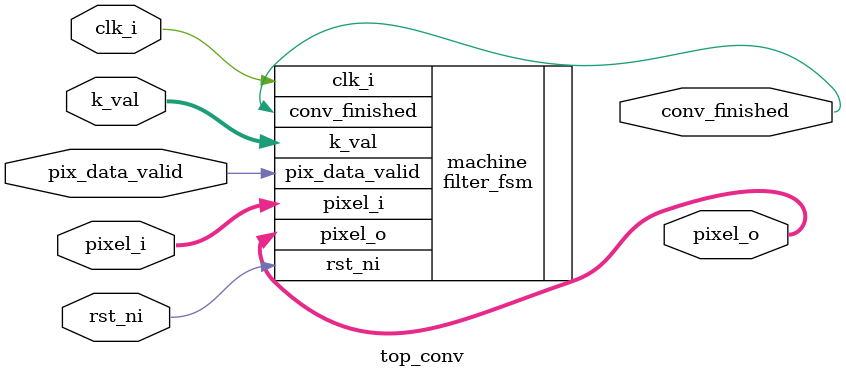
<source format=sv>
module top_conv (
  input logic           clk_i,
  input logic           rst_ni,
  input logic [107:0]     k_val,
  input logic [7:0] pixel_i,
  input logic           pix_data_valid,
  output logic [7:0]    pixel_o,
  output logic          conv_finished
);

  filter_fsm #(
  .width(12), 
  .input_width(8), 
  .im_dim(28),
  .k_size(9),// 3x3
  .k_dim(3) // 3x3 kernel
  ) machine (
    .k_val(k_val),
    .clk_i(clk_i),
    .rst_ni(rst_ni),  
    .pixel_i(pixel_i),
    .pix_data_valid(pix_data_valid),
    .conv_finished(conv_finished),
    .pixel_o(pixel_o)
  );

endmodule : top_conv
</source>
